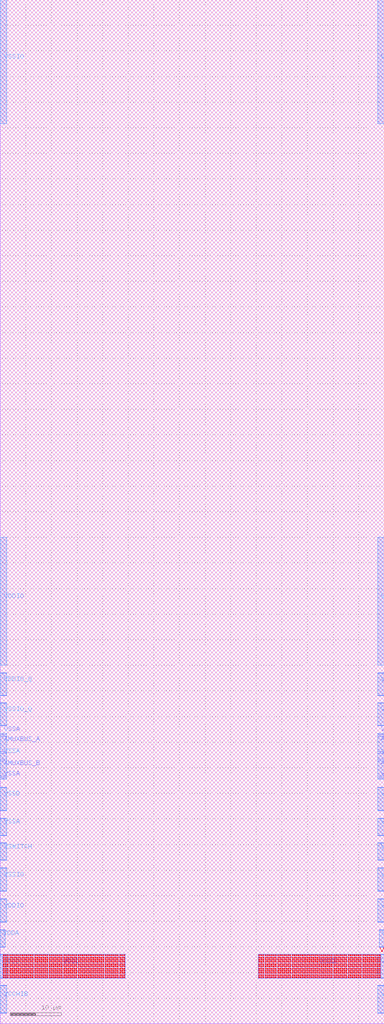
<source format=lef>
# Copyright 2020 The SkyWater PDK Authors
#
# Licensed under the Apache License, Version 2.0 (the "License");
# you may not use this file except in compliance with the License.
# You may obtain a copy of the License at
#
#     https://www.apache.org/licenses/LICENSE-2.0
#
# Unless required by applicable law or agreed to in writing, software
# distributed under the License is distributed on an "AS IS" BASIS,
# WITHOUT WARRANTIES OR CONDITIONS OF ANY KIND, either express or implied.
# See the License for the specific language governing permissions and
# limitations under the License.
#
# SPDX-License-Identifier: Apache-2.0

VERSION 5.5 ;
NAMESCASESENSITIVE ON ;
BUSBITCHARS "[]" ;
DIVIDERCHAR "/" ;
MACRO sky130_fd_io__overlay_vccd_hvc
  CLASS BLOCK ;
  SOURCE USER ;
  ORIGIN  0.000000  0.000000 ;
  SIZE 75 BY 200 ;
  SYMMETRY X Y R90 ;
  PIN AMUXBUS_A
    DIRECTION INOUT ;
    USE SIGNAL ;
    PORT
      LAYER met4 ;
        RECT 0.000000 53.125000 1.270000 56.105000 ;
    END
    PORT
      LAYER met4 ;
        RECT 73.730000 53.125000 75.000000 56.105000 ;
    END
  END AMUXBUS_A
  PIN AMUXBUS_B
    DIRECTION INOUT ;
    USE SIGNAL ;
    PORT
      LAYER met4 ;
        RECT 0.000000 48.365000 1.270000 51.345000 ;
    END
    PORT
      LAYER met4 ;
        RECT 73.730000 48.365000 75.000000 51.345000 ;
    END
  END AMUXBUS_B
  PIN VCCD
    DIRECTION INOUT ;
    USE POWER ;
    PORT
      LAYER met3 ;
        RECT 0.495000 8.890000 24.395000 13.530000 ;
    END
    PORT
      LAYER met3 ;
        RECT 50.390000 8.890000 74.290000 13.530000 ;
    END
    PORT
      LAYER met4 ;
        RECT 0.000000 8.885000 24.370000 13.535000 ;
    END
    PORT
      LAYER met4 ;
        RECT 50.415000 8.885000 75.000000 13.535000 ;
    END
    PORT
      LAYER met5 ;
        RECT 0.000000 8.985000 1.270000 13.435000 ;
    END
    PORT
      LAYER met5 ;
        RECT 73.730000 8.985000 75.000000 13.435000 ;
    END
    PORT
      LAYER via3 ;
        RECT  0.585000  8.960000  0.785000  9.160000 ;
        RECT  0.585000  9.390000  0.785000  9.590000 ;
        RECT  0.585000  9.820000  0.785000 10.020000 ;
        RECT  0.585000 10.250000  0.785000 10.450000 ;
        RECT  0.585000 10.680000  0.785000 10.880000 ;
        RECT  0.585000 11.110000  0.785000 11.310000 ;
        RECT  0.585000 11.540000  0.785000 11.740000 ;
        RECT  0.585000 11.970000  0.785000 12.170000 ;
        RECT  0.585000 12.400000  0.785000 12.600000 ;
        RECT  0.585000 12.830000  0.785000 13.030000 ;
        RECT  0.585000 13.260000  0.785000 13.460000 ;
        RECT  0.995000  8.960000  1.195000  9.160000 ;
        RECT  0.995000  9.390000  1.195000  9.590000 ;
        RECT  0.995000  9.820000  1.195000 10.020000 ;
        RECT  0.995000 10.250000  1.195000 10.450000 ;
        RECT  0.995000 10.680000  1.195000 10.880000 ;
        RECT  0.995000 11.110000  1.195000 11.310000 ;
        RECT  0.995000 11.540000  1.195000 11.740000 ;
        RECT  0.995000 11.970000  1.195000 12.170000 ;
        RECT  0.995000 12.400000  1.195000 12.600000 ;
        RECT  0.995000 12.830000  1.195000 13.030000 ;
        RECT  0.995000 13.260000  1.195000 13.460000 ;
        RECT  1.405000  8.960000  1.605000  9.160000 ;
        RECT  1.405000  9.390000  1.605000  9.590000 ;
        RECT  1.405000  9.820000  1.605000 10.020000 ;
        RECT  1.405000 10.250000  1.605000 10.450000 ;
        RECT  1.405000 10.680000  1.605000 10.880000 ;
        RECT  1.405000 11.110000  1.605000 11.310000 ;
        RECT  1.405000 11.540000  1.605000 11.740000 ;
        RECT  1.405000 11.970000  1.605000 12.170000 ;
        RECT  1.405000 12.400000  1.605000 12.600000 ;
        RECT  1.405000 12.830000  1.605000 13.030000 ;
        RECT  1.405000 13.260000  1.605000 13.460000 ;
        RECT  1.815000  8.960000  2.015000  9.160000 ;
        RECT  1.815000  9.390000  2.015000  9.590000 ;
        RECT  1.815000  9.820000  2.015000 10.020000 ;
        RECT  1.815000 10.250000  2.015000 10.450000 ;
        RECT  1.815000 10.680000  2.015000 10.880000 ;
        RECT  1.815000 11.110000  2.015000 11.310000 ;
        RECT  1.815000 11.540000  2.015000 11.740000 ;
        RECT  1.815000 11.970000  2.015000 12.170000 ;
        RECT  1.815000 12.400000  2.015000 12.600000 ;
        RECT  1.815000 12.830000  2.015000 13.030000 ;
        RECT  1.815000 13.260000  2.015000 13.460000 ;
        RECT  2.225000  8.960000  2.425000  9.160000 ;
        RECT  2.225000  9.390000  2.425000  9.590000 ;
        RECT  2.225000  9.820000  2.425000 10.020000 ;
        RECT  2.225000 10.250000  2.425000 10.450000 ;
        RECT  2.225000 10.680000  2.425000 10.880000 ;
        RECT  2.225000 11.110000  2.425000 11.310000 ;
        RECT  2.225000 11.540000  2.425000 11.740000 ;
        RECT  2.225000 11.970000  2.425000 12.170000 ;
        RECT  2.225000 12.400000  2.425000 12.600000 ;
        RECT  2.225000 12.830000  2.425000 13.030000 ;
        RECT  2.225000 13.260000  2.425000 13.460000 ;
        RECT  2.635000  8.960000  2.835000  9.160000 ;
        RECT  2.635000  9.390000  2.835000  9.590000 ;
        RECT  2.635000  9.820000  2.835000 10.020000 ;
        RECT  2.635000 10.250000  2.835000 10.450000 ;
        RECT  2.635000 10.680000  2.835000 10.880000 ;
        RECT  2.635000 11.110000  2.835000 11.310000 ;
        RECT  2.635000 11.540000  2.835000 11.740000 ;
        RECT  2.635000 11.970000  2.835000 12.170000 ;
        RECT  2.635000 12.400000  2.835000 12.600000 ;
        RECT  2.635000 12.830000  2.835000 13.030000 ;
        RECT  2.635000 13.260000  2.835000 13.460000 ;
        RECT  3.045000  8.960000  3.245000  9.160000 ;
        RECT  3.045000  9.390000  3.245000  9.590000 ;
        RECT  3.045000  9.820000  3.245000 10.020000 ;
        RECT  3.045000 10.250000  3.245000 10.450000 ;
        RECT  3.045000 10.680000  3.245000 10.880000 ;
        RECT  3.045000 11.110000  3.245000 11.310000 ;
        RECT  3.045000 11.540000  3.245000 11.740000 ;
        RECT  3.045000 11.970000  3.245000 12.170000 ;
        RECT  3.045000 12.400000  3.245000 12.600000 ;
        RECT  3.045000 12.830000  3.245000 13.030000 ;
        RECT  3.045000 13.260000  3.245000 13.460000 ;
        RECT  3.450000  8.960000  3.650000  9.160000 ;
        RECT  3.450000  9.390000  3.650000  9.590000 ;
        RECT  3.450000  9.820000  3.650000 10.020000 ;
        RECT  3.450000 10.250000  3.650000 10.450000 ;
        RECT  3.450000 10.680000  3.650000 10.880000 ;
        RECT  3.450000 11.110000  3.650000 11.310000 ;
        RECT  3.450000 11.540000  3.650000 11.740000 ;
        RECT  3.450000 11.970000  3.650000 12.170000 ;
        RECT  3.450000 12.400000  3.650000 12.600000 ;
        RECT  3.450000 12.830000  3.650000 13.030000 ;
        RECT  3.450000 13.260000  3.650000 13.460000 ;
        RECT  3.855000  8.960000  4.055000  9.160000 ;
        RECT  3.855000  9.390000  4.055000  9.590000 ;
        RECT  3.855000  9.820000  4.055000 10.020000 ;
        RECT  3.855000 10.250000  4.055000 10.450000 ;
        RECT  3.855000 10.680000  4.055000 10.880000 ;
        RECT  3.855000 11.110000  4.055000 11.310000 ;
        RECT  3.855000 11.540000  4.055000 11.740000 ;
        RECT  3.855000 11.970000  4.055000 12.170000 ;
        RECT  3.855000 12.400000  4.055000 12.600000 ;
        RECT  3.855000 12.830000  4.055000 13.030000 ;
        RECT  3.855000 13.260000  4.055000 13.460000 ;
        RECT  4.260000  8.960000  4.460000  9.160000 ;
        RECT  4.260000  9.390000  4.460000  9.590000 ;
        RECT  4.260000  9.820000  4.460000 10.020000 ;
        RECT  4.260000 10.250000  4.460000 10.450000 ;
        RECT  4.260000 10.680000  4.460000 10.880000 ;
        RECT  4.260000 11.110000  4.460000 11.310000 ;
        RECT  4.260000 11.540000  4.460000 11.740000 ;
        RECT  4.260000 11.970000  4.460000 12.170000 ;
        RECT  4.260000 12.400000  4.460000 12.600000 ;
        RECT  4.260000 12.830000  4.460000 13.030000 ;
        RECT  4.260000 13.260000  4.460000 13.460000 ;
        RECT  4.665000  8.960000  4.865000  9.160000 ;
        RECT  4.665000  9.390000  4.865000  9.590000 ;
        RECT  4.665000  9.820000  4.865000 10.020000 ;
        RECT  4.665000 10.250000  4.865000 10.450000 ;
        RECT  4.665000 10.680000  4.865000 10.880000 ;
        RECT  4.665000 11.110000  4.865000 11.310000 ;
        RECT  4.665000 11.540000  4.865000 11.740000 ;
        RECT  4.665000 11.970000  4.865000 12.170000 ;
        RECT  4.665000 12.400000  4.865000 12.600000 ;
        RECT  4.665000 12.830000  4.865000 13.030000 ;
        RECT  4.665000 13.260000  4.865000 13.460000 ;
        RECT  5.070000  8.960000  5.270000  9.160000 ;
        RECT  5.070000  9.390000  5.270000  9.590000 ;
        RECT  5.070000  9.820000  5.270000 10.020000 ;
        RECT  5.070000 10.250000  5.270000 10.450000 ;
        RECT  5.070000 10.680000  5.270000 10.880000 ;
        RECT  5.070000 11.110000  5.270000 11.310000 ;
        RECT  5.070000 11.540000  5.270000 11.740000 ;
        RECT  5.070000 11.970000  5.270000 12.170000 ;
        RECT  5.070000 12.400000  5.270000 12.600000 ;
        RECT  5.070000 12.830000  5.270000 13.030000 ;
        RECT  5.070000 13.260000  5.270000 13.460000 ;
        RECT  5.475000  8.960000  5.675000  9.160000 ;
        RECT  5.475000  9.390000  5.675000  9.590000 ;
        RECT  5.475000  9.820000  5.675000 10.020000 ;
        RECT  5.475000 10.250000  5.675000 10.450000 ;
        RECT  5.475000 10.680000  5.675000 10.880000 ;
        RECT  5.475000 11.110000  5.675000 11.310000 ;
        RECT  5.475000 11.540000  5.675000 11.740000 ;
        RECT  5.475000 11.970000  5.675000 12.170000 ;
        RECT  5.475000 12.400000  5.675000 12.600000 ;
        RECT  5.475000 12.830000  5.675000 13.030000 ;
        RECT  5.475000 13.260000  5.675000 13.460000 ;
        RECT  5.880000  8.960000  6.080000  9.160000 ;
        RECT  5.880000  9.390000  6.080000  9.590000 ;
        RECT  5.880000  9.820000  6.080000 10.020000 ;
        RECT  5.880000 10.250000  6.080000 10.450000 ;
        RECT  5.880000 10.680000  6.080000 10.880000 ;
        RECT  5.880000 11.110000  6.080000 11.310000 ;
        RECT  5.880000 11.540000  6.080000 11.740000 ;
        RECT  5.880000 11.970000  6.080000 12.170000 ;
        RECT  5.880000 12.400000  6.080000 12.600000 ;
        RECT  5.880000 12.830000  6.080000 13.030000 ;
        RECT  5.880000 13.260000  6.080000 13.460000 ;
        RECT  6.285000  8.960000  6.485000  9.160000 ;
        RECT  6.285000  9.390000  6.485000  9.590000 ;
        RECT  6.285000  9.820000  6.485000 10.020000 ;
        RECT  6.285000 10.250000  6.485000 10.450000 ;
        RECT  6.285000 10.680000  6.485000 10.880000 ;
        RECT  6.285000 11.110000  6.485000 11.310000 ;
        RECT  6.285000 11.540000  6.485000 11.740000 ;
        RECT  6.285000 11.970000  6.485000 12.170000 ;
        RECT  6.285000 12.400000  6.485000 12.600000 ;
        RECT  6.285000 12.830000  6.485000 13.030000 ;
        RECT  6.285000 13.260000  6.485000 13.460000 ;
        RECT  6.690000  8.960000  6.890000  9.160000 ;
        RECT  6.690000  9.390000  6.890000  9.590000 ;
        RECT  6.690000  9.820000  6.890000 10.020000 ;
        RECT  6.690000 10.250000  6.890000 10.450000 ;
        RECT  6.690000 10.680000  6.890000 10.880000 ;
        RECT  6.690000 11.110000  6.890000 11.310000 ;
        RECT  6.690000 11.540000  6.890000 11.740000 ;
        RECT  6.690000 11.970000  6.890000 12.170000 ;
        RECT  6.690000 12.400000  6.890000 12.600000 ;
        RECT  6.690000 12.830000  6.890000 13.030000 ;
        RECT  6.690000 13.260000  6.890000 13.460000 ;
        RECT  7.095000  8.960000  7.295000  9.160000 ;
        RECT  7.095000  9.390000  7.295000  9.590000 ;
        RECT  7.095000  9.820000  7.295000 10.020000 ;
        RECT  7.095000 10.250000  7.295000 10.450000 ;
        RECT  7.095000 10.680000  7.295000 10.880000 ;
        RECT  7.095000 11.110000  7.295000 11.310000 ;
        RECT  7.095000 11.540000  7.295000 11.740000 ;
        RECT  7.095000 11.970000  7.295000 12.170000 ;
        RECT  7.095000 12.400000  7.295000 12.600000 ;
        RECT  7.095000 12.830000  7.295000 13.030000 ;
        RECT  7.095000 13.260000  7.295000 13.460000 ;
        RECT  7.500000  8.960000  7.700000  9.160000 ;
        RECT  7.500000  9.390000  7.700000  9.590000 ;
        RECT  7.500000  9.820000  7.700000 10.020000 ;
        RECT  7.500000 10.250000  7.700000 10.450000 ;
        RECT  7.500000 10.680000  7.700000 10.880000 ;
        RECT  7.500000 11.110000  7.700000 11.310000 ;
        RECT  7.500000 11.540000  7.700000 11.740000 ;
        RECT  7.500000 11.970000  7.700000 12.170000 ;
        RECT  7.500000 12.400000  7.700000 12.600000 ;
        RECT  7.500000 12.830000  7.700000 13.030000 ;
        RECT  7.500000 13.260000  7.700000 13.460000 ;
        RECT  7.905000  8.960000  8.105000  9.160000 ;
        RECT  7.905000  9.390000  8.105000  9.590000 ;
        RECT  7.905000  9.820000  8.105000 10.020000 ;
        RECT  7.905000 10.250000  8.105000 10.450000 ;
        RECT  7.905000 10.680000  8.105000 10.880000 ;
        RECT  7.905000 11.110000  8.105000 11.310000 ;
        RECT  7.905000 11.540000  8.105000 11.740000 ;
        RECT  7.905000 11.970000  8.105000 12.170000 ;
        RECT  7.905000 12.400000  8.105000 12.600000 ;
        RECT  7.905000 12.830000  8.105000 13.030000 ;
        RECT  7.905000 13.260000  8.105000 13.460000 ;
        RECT  8.310000  8.960000  8.510000  9.160000 ;
        RECT  8.310000  9.390000  8.510000  9.590000 ;
        RECT  8.310000  9.820000  8.510000 10.020000 ;
        RECT  8.310000 10.250000  8.510000 10.450000 ;
        RECT  8.310000 10.680000  8.510000 10.880000 ;
        RECT  8.310000 11.110000  8.510000 11.310000 ;
        RECT  8.310000 11.540000  8.510000 11.740000 ;
        RECT  8.310000 11.970000  8.510000 12.170000 ;
        RECT  8.310000 12.400000  8.510000 12.600000 ;
        RECT  8.310000 12.830000  8.510000 13.030000 ;
        RECT  8.310000 13.260000  8.510000 13.460000 ;
        RECT  8.715000  8.960000  8.915000  9.160000 ;
        RECT  8.715000  9.390000  8.915000  9.590000 ;
        RECT  8.715000  9.820000  8.915000 10.020000 ;
        RECT  8.715000 10.250000  8.915000 10.450000 ;
        RECT  8.715000 10.680000  8.915000 10.880000 ;
        RECT  8.715000 11.110000  8.915000 11.310000 ;
        RECT  8.715000 11.540000  8.915000 11.740000 ;
        RECT  8.715000 11.970000  8.915000 12.170000 ;
        RECT  8.715000 12.400000  8.915000 12.600000 ;
        RECT  8.715000 12.830000  8.915000 13.030000 ;
        RECT  8.715000 13.260000  8.915000 13.460000 ;
        RECT  9.120000  8.960000  9.320000  9.160000 ;
        RECT  9.120000  9.390000  9.320000  9.590000 ;
        RECT  9.120000  9.820000  9.320000 10.020000 ;
        RECT  9.120000 10.250000  9.320000 10.450000 ;
        RECT  9.120000 10.680000  9.320000 10.880000 ;
        RECT  9.120000 11.110000  9.320000 11.310000 ;
        RECT  9.120000 11.540000  9.320000 11.740000 ;
        RECT  9.120000 11.970000  9.320000 12.170000 ;
        RECT  9.120000 12.400000  9.320000 12.600000 ;
        RECT  9.120000 12.830000  9.320000 13.030000 ;
        RECT  9.120000 13.260000  9.320000 13.460000 ;
        RECT  9.525000  8.960000  9.725000  9.160000 ;
        RECT  9.525000  9.390000  9.725000  9.590000 ;
        RECT  9.525000  9.820000  9.725000 10.020000 ;
        RECT  9.525000 10.250000  9.725000 10.450000 ;
        RECT  9.525000 10.680000  9.725000 10.880000 ;
        RECT  9.525000 11.110000  9.725000 11.310000 ;
        RECT  9.525000 11.540000  9.725000 11.740000 ;
        RECT  9.525000 11.970000  9.725000 12.170000 ;
        RECT  9.525000 12.400000  9.725000 12.600000 ;
        RECT  9.525000 12.830000  9.725000 13.030000 ;
        RECT  9.525000 13.260000  9.725000 13.460000 ;
        RECT  9.930000  8.960000 10.130000  9.160000 ;
        RECT  9.930000  9.390000 10.130000  9.590000 ;
        RECT  9.930000  9.820000 10.130000 10.020000 ;
        RECT  9.930000 10.250000 10.130000 10.450000 ;
        RECT  9.930000 10.680000 10.130000 10.880000 ;
        RECT  9.930000 11.110000 10.130000 11.310000 ;
        RECT  9.930000 11.540000 10.130000 11.740000 ;
        RECT  9.930000 11.970000 10.130000 12.170000 ;
        RECT  9.930000 12.400000 10.130000 12.600000 ;
        RECT  9.930000 12.830000 10.130000 13.030000 ;
        RECT  9.930000 13.260000 10.130000 13.460000 ;
        RECT 10.335000  8.960000 10.535000  9.160000 ;
        RECT 10.335000  9.390000 10.535000  9.590000 ;
        RECT 10.335000  9.820000 10.535000 10.020000 ;
        RECT 10.335000 10.250000 10.535000 10.450000 ;
        RECT 10.335000 10.680000 10.535000 10.880000 ;
        RECT 10.335000 11.110000 10.535000 11.310000 ;
        RECT 10.335000 11.540000 10.535000 11.740000 ;
        RECT 10.335000 11.970000 10.535000 12.170000 ;
        RECT 10.335000 12.400000 10.535000 12.600000 ;
        RECT 10.335000 12.830000 10.535000 13.030000 ;
        RECT 10.335000 13.260000 10.535000 13.460000 ;
        RECT 10.740000  8.960000 10.940000  9.160000 ;
        RECT 10.740000  9.390000 10.940000  9.590000 ;
        RECT 10.740000  9.820000 10.940000 10.020000 ;
        RECT 10.740000 10.250000 10.940000 10.450000 ;
        RECT 10.740000 10.680000 10.940000 10.880000 ;
        RECT 10.740000 11.110000 10.940000 11.310000 ;
        RECT 10.740000 11.540000 10.940000 11.740000 ;
        RECT 10.740000 11.970000 10.940000 12.170000 ;
        RECT 10.740000 12.400000 10.940000 12.600000 ;
        RECT 10.740000 12.830000 10.940000 13.030000 ;
        RECT 10.740000 13.260000 10.940000 13.460000 ;
        RECT 11.145000  8.960000 11.345000  9.160000 ;
        RECT 11.145000  9.390000 11.345000  9.590000 ;
        RECT 11.145000  9.820000 11.345000 10.020000 ;
        RECT 11.145000 10.250000 11.345000 10.450000 ;
        RECT 11.145000 10.680000 11.345000 10.880000 ;
        RECT 11.145000 11.110000 11.345000 11.310000 ;
        RECT 11.145000 11.540000 11.345000 11.740000 ;
        RECT 11.145000 11.970000 11.345000 12.170000 ;
        RECT 11.145000 12.400000 11.345000 12.600000 ;
        RECT 11.145000 12.830000 11.345000 13.030000 ;
        RECT 11.145000 13.260000 11.345000 13.460000 ;
        RECT 11.550000  8.960000 11.750000  9.160000 ;
        RECT 11.550000  9.390000 11.750000  9.590000 ;
        RECT 11.550000  9.820000 11.750000 10.020000 ;
        RECT 11.550000 10.250000 11.750000 10.450000 ;
        RECT 11.550000 10.680000 11.750000 10.880000 ;
        RECT 11.550000 11.110000 11.750000 11.310000 ;
        RECT 11.550000 11.540000 11.750000 11.740000 ;
        RECT 11.550000 11.970000 11.750000 12.170000 ;
        RECT 11.550000 12.400000 11.750000 12.600000 ;
        RECT 11.550000 12.830000 11.750000 13.030000 ;
        RECT 11.550000 13.260000 11.750000 13.460000 ;
        RECT 11.955000  8.960000 12.155000  9.160000 ;
        RECT 11.955000  9.390000 12.155000  9.590000 ;
        RECT 11.955000  9.820000 12.155000 10.020000 ;
        RECT 11.955000 10.250000 12.155000 10.450000 ;
        RECT 11.955000 10.680000 12.155000 10.880000 ;
        RECT 11.955000 11.110000 12.155000 11.310000 ;
        RECT 11.955000 11.540000 12.155000 11.740000 ;
        RECT 11.955000 11.970000 12.155000 12.170000 ;
        RECT 11.955000 12.400000 12.155000 12.600000 ;
        RECT 11.955000 12.830000 12.155000 13.030000 ;
        RECT 11.955000 13.260000 12.155000 13.460000 ;
        RECT 12.360000  8.960000 12.560000  9.160000 ;
        RECT 12.360000  9.390000 12.560000  9.590000 ;
        RECT 12.360000  9.820000 12.560000 10.020000 ;
        RECT 12.360000 10.250000 12.560000 10.450000 ;
        RECT 12.360000 10.680000 12.560000 10.880000 ;
        RECT 12.360000 11.110000 12.560000 11.310000 ;
        RECT 12.360000 11.540000 12.560000 11.740000 ;
        RECT 12.360000 11.970000 12.560000 12.170000 ;
        RECT 12.360000 12.400000 12.560000 12.600000 ;
        RECT 12.360000 12.830000 12.560000 13.030000 ;
        RECT 12.360000 13.260000 12.560000 13.460000 ;
        RECT 12.765000  8.960000 12.965000  9.160000 ;
        RECT 12.765000  9.390000 12.965000  9.590000 ;
        RECT 12.765000  9.820000 12.965000 10.020000 ;
        RECT 12.765000 10.250000 12.965000 10.450000 ;
        RECT 12.765000 10.680000 12.965000 10.880000 ;
        RECT 12.765000 11.110000 12.965000 11.310000 ;
        RECT 12.765000 11.540000 12.965000 11.740000 ;
        RECT 12.765000 11.970000 12.965000 12.170000 ;
        RECT 12.765000 12.400000 12.965000 12.600000 ;
        RECT 12.765000 12.830000 12.965000 13.030000 ;
        RECT 12.765000 13.260000 12.965000 13.460000 ;
        RECT 13.170000  8.960000 13.370000  9.160000 ;
        RECT 13.170000  9.390000 13.370000  9.590000 ;
        RECT 13.170000  9.820000 13.370000 10.020000 ;
        RECT 13.170000 10.250000 13.370000 10.450000 ;
        RECT 13.170000 10.680000 13.370000 10.880000 ;
        RECT 13.170000 11.110000 13.370000 11.310000 ;
        RECT 13.170000 11.540000 13.370000 11.740000 ;
        RECT 13.170000 11.970000 13.370000 12.170000 ;
        RECT 13.170000 12.400000 13.370000 12.600000 ;
        RECT 13.170000 12.830000 13.370000 13.030000 ;
        RECT 13.170000 13.260000 13.370000 13.460000 ;
        RECT 13.575000  8.960000 13.775000  9.160000 ;
        RECT 13.575000  9.390000 13.775000  9.590000 ;
        RECT 13.575000  9.820000 13.775000 10.020000 ;
        RECT 13.575000 10.250000 13.775000 10.450000 ;
        RECT 13.575000 10.680000 13.775000 10.880000 ;
        RECT 13.575000 11.110000 13.775000 11.310000 ;
        RECT 13.575000 11.540000 13.775000 11.740000 ;
        RECT 13.575000 11.970000 13.775000 12.170000 ;
        RECT 13.575000 12.400000 13.775000 12.600000 ;
        RECT 13.575000 12.830000 13.775000 13.030000 ;
        RECT 13.575000 13.260000 13.775000 13.460000 ;
        RECT 13.980000  8.960000 14.180000  9.160000 ;
        RECT 13.980000  9.390000 14.180000  9.590000 ;
        RECT 13.980000  9.820000 14.180000 10.020000 ;
        RECT 13.980000 10.250000 14.180000 10.450000 ;
        RECT 13.980000 10.680000 14.180000 10.880000 ;
        RECT 13.980000 11.110000 14.180000 11.310000 ;
        RECT 13.980000 11.540000 14.180000 11.740000 ;
        RECT 13.980000 11.970000 14.180000 12.170000 ;
        RECT 13.980000 12.400000 14.180000 12.600000 ;
        RECT 13.980000 12.830000 14.180000 13.030000 ;
        RECT 13.980000 13.260000 14.180000 13.460000 ;
        RECT 14.385000  8.960000 14.585000  9.160000 ;
        RECT 14.385000  9.390000 14.585000  9.590000 ;
        RECT 14.385000  9.820000 14.585000 10.020000 ;
        RECT 14.385000 10.250000 14.585000 10.450000 ;
        RECT 14.385000 10.680000 14.585000 10.880000 ;
        RECT 14.385000 11.110000 14.585000 11.310000 ;
        RECT 14.385000 11.540000 14.585000 11.740000 ;
        RECT 14.385000 11.970000 14.585000 12.170000 ;
        RECT 14.385000 12.400000 14.585000 12.600000 ;
        RECT 14.385000 12.830000 14.585000 13.030000 ;
        RECT 14.385000 13.260000 14.585000 13.460000 ;
        RECT 14.790000  8.960000 14.990000  9.160000 ;
        RECT 14.790000  9.390000 14.990000  9.590000 ;
        RECT 14.790000  9.820000 14.990000 10.020000 ;
        RECT 14.790000 10.250000 14.990000 10.450000 ;
        RECT 14.790000 10.680000 14.990000 10.880000 ;
        RECT 14.790000 11.110000 14.990000 11.310000 ;
        RECT 14.790000 11.540000 14.990000 11.740000 ;
        RECT 14.790000 11.970000 14.990000 12.170000 ;
        RECT 14.790000 12.400000 14.990000 12.600000 ;
        RECT 14.790000 12.830000 14.990000 13.030000 ;
        RECT 14.790000 13.260000 14.990000 13.460000 ;
        RECT 15.195000  8.960000 15.395000  9.160000 ;
        RECT 15.195000  9.390000 15.395000  9.590000 ;
        RECT 15.195000  9.820000 15.395000 10.020000 ;
        RECT 15.195000 10.250000 15.395000 10.450000 ;
        RECT 15.195000 10.680000 15.395000 10.880000 ;
        RECT 15.195000 11.110000 15.395000 11.310000 ;
        RECT 15.195000 11.540000 15.395000 11.740000 ;
        RECT 15.195000 11.970000 15.395000 12.170000 ;
        RECT 15.195000 12.400000 15.395000 12.600000 ;
        RECT 15.195000 12.830000 15.395000 13.030000 ;
        RECT 15.195000 13.260000 15.395000 13.460000 ;
        RECT 15.600000  8.960000 15.800000  9.160000 ;
        RECT 15.600000  9.390000 15.800000  9.590000 ;
        RECT 15.600000  9.820000 15.800000 10.020000 ;
        RECT 15.600000 10.250000 15.800000 10.450000 ;
        RECT 15.600000 10.680000 15.800000 10.880000 ;
        RECT 15.600000 11.110000 15.800000 11.310000 ;
        RECT 15.600000 11.540000 15.800000 11.740000 ;
        RECT 15.600000 11.970000 15.800000 12.170000 ;
        RECT 15.600000 12.400000 15.800000 12.600000 ;
        RECT 15.600000 12.830000 15.800000 13.030000 ;
        RECT 15.600000 13.260000 15.800000 13.460000 ;
        RECT 16.005000  8.960000 16.205000  9.160000 ;
        RECT 16.005000  9.390000 16.205000  9.590000 ;
        RECT 16.005000  9.820000 16.205000 10.020000 ;
        RECT 16.005000 10.250000 16.205000 10.450000 ;
        RECT 16.005000 10.680000 16.205000 10.880000 ;
        RECT 16.005000 11.110000 16.205000 11.310000 ;
        RECT 16.005000 11.540000 16.205000 11.740000 ;
        RECT 16.005000 11.970000 16.205000 12.170000 ;
        RECT 16.005000 12.400000 16.205000 12.600000 ;
        RECT 16.005000 12.830000 16.205000 13.030000 ;
        RECT 16.005000 13.260000 16.205000 13.460000 ;
        RECT 16.410000  8.960000 16.610000  9.160000 ;
        RECT 16.410000  9.390000 16.610000  9.590000 ;
        RECT 16.410000  9.820000 16.610000 10.020000 ;
        RECT 16.410000 10.250000 16.610000 10.450000 ;
        RECT 16.410000 10.680000 16.610000 10.880000 ;
        RECT 16.410000 11.110000 16.610000 11.310000 ;
        RECT 16.410000 11.540000 16.610000 11.740000 ;
        RECT 16.410000 11.970000 16.610000 12.170000 ;
        RECT 16.410000 12.400000 16.610000 12.600000 ;
        RECT 16.410000 12.830000 16.610000 13.030000 ;
        RECT 16.410000 13.260000 16.610000 13.460000 ;
        RECT 16.815000  8.960000 17.015000  9.160000 ;
        RECT 16.815000  9.390000 17.015000  9.590000 ;
        RECT 16.815000  9.820000 17.015000 10.020000 ;
        RECT 16.815000 10.250000 17.015000 10.450000 ;
        RECT 16.815000 10.680000 17.015000 10.880000 ;
        RECT 16.815000 11.110000 17.015000 11.310000 ;
        RECT 16.815000 11.540000 17.015000 11.740000 ;
        RECT 16.815000 11.970000 17.015000 12.170000 ;
        RECT 16.815000 12.400000 17.015000 12.600000 ;
        RECT 16.815000 12.830000 17.015000 13.030000 ;
        RECT 16.815000 13.260000 17.015000 13.460000 ;
        RECT 17.220000  8.960000 17.420000  9.160000 ;
        RECT 17.220000  9.390000 17.420000  9.590000 ;
        RECT 17.220000  9.820000 17.420000 10.020000 ;
        RECT 17.220000 10.250000 17.420000 10.450000 ;
        RECT 17.220000 10.680000 17.420000 10.880000 ;
        RECT 17.220000 11.110000 17.420000 11.310000 ;
        RECT 17.220000 11.540000 17.420000 11.740000 ;
        RECT 17.220000 11.970000 17.420000 12.170000 ;
        RECT 17.220000 12.400000 17.420000 12.600000 ;
        RECT 17.220000 12.830000 17.420000 13.030000 ;
        RECT 17.220000 13.260000 17.420000 13.460000 ;
        RECT 17.625000  8.960000 17.825000  9.160000 ;
        RECT 17.625000  9.390000 17.825000  9.590000 ;
        RECT 17.625000  9.820000 17.825000 10.020000 ;
        RECT 17.625000 10.250000 17.825000 10.450000 ;
        RECT 17.625000 10.680000 17.825000 10.880000 ;
        RECT 17.625000 11.110000 17.825000 11.310000 ;
        RECT 17.625000 11.540000 17.825000 11.740000 ;
        RECT 17.625000 11.970000 17.825000 12.170000 ;
        RECT 17.625000 12.400000 17.825000 12.600000 ;
        RECT 17.625000 12.830000 17.825000 13.030000 ;
        RECT 17.625000 13.260000 17.825000 13.460000 ;
        RECT 18.030000  8.960000 18.230000  9.160000 ;
        RECT 18.030000  9.390000 18.230000  9.590000 ;
        RECT 18.030000  9.820000 18.230000 10.020000 ;
        RECT 18.030000 10.250000 18.230000 10.450000 ;
        RECT 18.030000 10.680000 18.230000 10.880000 ;
        RECT 18.030000 11.110000 18.230000 11.310000 ;
        RECT 18.030000 11.540000 18.230000 11.740000 ;
        RECT 18.030000 11.970000 18.230000 12.170000 ;
        RECT 18.030000 12.400000 18.230000 12.600000 ;
        RECT 18.030000 12.830000 18.230000 13.030000 ;
        RECT 18.030000 13.260000 18.230000 13.460000 ;
        RECT 18.435000  8.960000 18.635000  9.160000 ;
        RECT 18.435000  9.390000 18.635000  9.590000 ;
        RECT 18.435000  9.820000 18.635000 10.020000 ;
        RECT 18.435000 10.250000 18.635000 10.450000 ;
        RECT 18.435000 10.680000 18.635000 10.880000 ;
        RECT 18.435000 11.110000 18.635000 11.310000 ;
        RECT 18.435000 11.540000 18.635000 11.740000 ;
        RECT 18.435000 11.970000 18.635000 12.170000 ;
        RECT 18.435000 12.400000 18.635000 12.600000 ;
        RECT 18.435000 12.830000 18.635000 13.030000 ;
        RECT 18.435000 13.260000 18.635000 13.460000 ;
        RECT 18.840000  8.960000 19.040000  9.160000 ;
        RECT 18.840000  9.390000 19.040000  9.590000 ;
        RECT 18.840000  9.820000 19.040000 10.020000 ;
        RECT 18.840000 10.250000 19.040000 10.450000 ;
        RECT 18.840000 10.680000 19.040000 10.880000 ;
        RECT 18.840000 11.110000 19.040000 11.310000 ;
        RECT 18.840000 11.540000 19.040000 11.740000 ;
        RECT 18.840000 11.970000 19.040000 12.170000 ;
        RECT 18.840000 12.400000 19.040000 12.600000 ;
        RECT 18.840000 12.830000 19.040000 13.030000 ;
        RECT 18.840000 13.260000 19.040000 13.460000 ;
        RECT 19.245000  8.960000 19.445000  9.160000 ;
        RECT 19.245000  9.390000 19.445000  9.590000 ;
        RECT 19.245000  9.820000 19.445000 10.020000 ;
        RECT 19.245000 10.250000 19.445000 10.450000 ;
        RECT 19.245000 10.680000 19.445000 10.880000 ;
        RECT 19.245000 11.110000 19.445000 11.310000 ;
        RECT 19.245000 11.540000 19.445000 11.740000 ;
        RECT 19.245000 11.970000 19.445000 12.170000 ;
        RECT 19.245000 12.400000 19.445000 12.600000 ;
        RECT 19.245000 12.830000 19.445000 13.030000 ;
        RECT 19.245000 13.260000 19.445000 13.460000 ;
        RECT 19.650000  8.960000 19.850000  9.160000 ;
        RECT 19.650000  9.390000 19.850000  9.590000 ;
        RECT 19.650000  9.820000 19.850000 10.020000 ;
        RECT 19.650000 10.250000 19.850000 10.450000 ;
        RECT 19.650000 10.680000 19.850000 10.880000 ;
        RECT 19.650000 11.110000 19.850000 11.310000 ;
        RECT 19.650000 11.540000 19.850000 11.740000 ;
        RECT 19.650000 11.970000 19.850000 12.170000 ;
        RECT 19.650000 12.400000 19.850000 12.600000 ;
        RECT 19.650000 12.830000 19.850000 13.030000 ;
        RECT 19.650000 13.260000 19.850000 13.460000 ;
        RECT 20.055000  8.960000 20.255000  9.160000 ;
        RECT 20.055000  9.390000 20.255000  9.590000 ;
        RECT 20.055000  9.820000 20.255000 10.020000 ;
        RECT 20.055000 10.250000 20.255000 10.450000 ;
        RECT 20.055000 10.680000 20.255000 10.880000 ;
        RECT 20.055000 11.110000 20.255000 11.310000 ;
        RECT 20.055000 11.540000 20.255000 11.740000 ;
        RECT 20.055000 11.970000 20.255000 12.170000 ;
        RECT 20.055000 12.400000 20.255000 12.600000 ;
        RECT 20.055000 12.830000 20.255000 13.030000 ;
        RECT 20.055000 13.260000 20.255000 13.460000 ;
        RECT 20.460000  8.960000 20.660000  9.160000 ;
        RECT 20.460000  9.390000 20.660000  9.590000 ;
        RECT 20.460000  9.820000 20.660000 10.020000 ;
        RECT 20.460000 10.250000 20.660000 10.450000 ;
        RECT 20.460000 10.680000 20.660000 10.880000 ;
        RECT 20.460000 11.110000 20.660000 11.310000 ;
        RECT 20.460000 11.540000 20.660000 11.740000 ;
        RECT 20.460000 11.970000 20.660000 12.170000 ;
        RECT 20.460000 12.400000 20.660000 12.600000 ;
        RECT 20.460000 12.830000 20.660000 13.030000 ;
        RECT 20.460000 13.260000 20.660000 13.460000 ;
        RECT 20.865000  8.960000 21.065000  9.160000 ;
        RECT 20.865000  9.390000 21.065000  9.590000 ;
        RECT 20.865000  9.820000 21.065000 10.020000 ;
        RECT 20.865000 10.250000 21.065000 10.450000 ;
        RECT 20.865000 10.680000 21.065000 10.880000 ;
        RECT 20.865000 11.110000 21.065000 11.310000 ;
        RECT 20.865000 11.540000 21.065000 11.740000 ;
        RECT 20.865000 11.970000 21.065000 12.170000 ;
        RECT 20.865000 12.400000 21.065000 12.600000 ;
        RECT 20.865000 12.830000 21.065000 13.030000 ;
        RECT 20.865000 13.260000 21.065000 13.460000 ;
        RECT 21.270000  8.960000 21.470000  9.160000 ;
        RECT 21.270000  9.390000 21.470000  9.590000 ;
        RECT 21.270000  9.820000 21.470000 10.020000 ;
        RECT 21.270000 10.250000 21.470000 10.450000 ;
        RECT 21.270000 10.680000 21.470000 10.880000 ;
        RECT 21.270000 11.110000 21.470000 11.310000 ;
        RECT 21.270000 11.540000 21.470000 11.740000 ;
        RECT 21.270000 11.970000 21.470000 12.170000 ;
        RECT 21.270000 12.400000 21.470000 12.600000 ;
        RECT 21.270000 12.830000 21.470000 13.030000 ;
        RECT 21.270000 13.260000 21.470000 13.460000 ;
        RECT 21.675000  8.960000 21.875000  9.160000 ;
        RECT 21.675000  9.390000 21.875000  9.590000 ;
        RECT 21.675000  9.820000 21.875000 10.020000 ;
        RECT 21.675000 10.250000 21.875000 10.450000 ;
        RECT 21.675000 10.680000 21.875000 10.880000 ;
        RECT 21.675000 11.110000 21.875000 11.310000 ;
        RECT 21.675000 11.540000 21.875000 11.740000 ;
        RECT 21.675000 11.970000 21.875000 12.170000 ;
        RECT 21.675000 12.400000 21.875000 12.600000 ;
        RECT 21.675000 12.830000 21.875000 13.030000 ;
        RECT 21.675000 13.260000 21.875000 13.460000 ;
        RECT 22.080000  8.960000 22.280000  9.160000 ;
        RECT 22.080000  9.390000 22.280000  9.590000 ;
        RECT 22.080000  9.820000 22.280000 10.020000 ;
        RECT 22.080000 10.250000 22.280000 10.450000 ;
        RECT 22.080000 10.680000 22.280000 10.880000 ;
        RECT 22.080000 11.110000 22.280000 11.310000 ;
        RECT 22.080000 11.540000 22.280000 11.740000 ;
        RECT 22.080000 11.970000 22.280000 12.170000 ;
        RECT 22.080000 12.400000 22.280000 12.600000 ;
        RECT 22.080000 12.830000 22.280000 13.030000 ;
        RECT 22.080000 13.260000 22.280000 13.460000 ;
        RECT 22.485000  8.960000 22.685000  9.160000 ;
        RECT 22.485000  9.390000 22.685000  9.590000 ;
        RECT 22.485000  9.820000 22.685000 10.020000 ;
        RECT 22.485000 10.250000 22.685000 10.450000 ;
        RECT 22.485000 10.680000 22.685000 10.880000 ;
        RECT 22.485000 11.110000 22.685000 11.310000 ;
        RECT 22.485000 11.540000 22.685000 11.740000 ;
        RECT 22.485000 11.970000 22.685000 12.170000 ;
        RECT 22.485000 12.400000 22.685000 12.600000 ;
        RECT 22.485000 12.830000 22.685000 13.030000 ;
        RECT 22.485000 13.260000 22.685000 13.460000 ;
        RECT 22.890000  8.960000 23.090000  9.160000 ;
        RECT 22.890000  9.390000 23.090000  9.590000 ;
        RECT 22.890000  9.820000 23.090000 10.020000 ;
        RECT 22.890000 10.250000 23.090000 10.450000 ;
        RECT 22.890000 10.680000 23.090000 10.880000 ;
        RECT 22.890000 11.110000 23.090000 11.310000 ;
        RECT 22.890000 11.540000 23.090000 11.740000 ;
        RECT 22.890000 11.970000 23.090000 12.170000 ;
        RECT 22.890000 12.400000 23.090000 12.600000 ;
        RECT 22.890000 12.830000 23.090000 13.030000 ;
        RECT 22.890000 13.260000 23.090000 13.460000 ;
        RECT 23.295000  8.960000 23.495000  9.160000 ;
        RECT 23.295000  9.390000 23.495000  9.590000 ;
        RECT 23.295000  9.820000 23.495000 10.020000 ;
        RECT 23.295000 10.250000 23.495000 10.450000 ;
        RECT 23.295000 10.680000 23.495000 10.880000 ;
        RECT 23.295000 11.110000 23.495000 11.310000 ;
        RECT 23.295000 11.540000 23.495000 11.740000 ;
        RECT 23.295000 11.970000 23.495000 12.170000 ;
        RECT 23.295000 12.400000 23.495000 12.600000 ;
        RECT 23.295000 12.830000 23.495000 13.030000 ;
        RECT 23.295000 13.260000 23.495000 13.460000 ;
        RECT 23.700000  8.960000 23.900000  9.160000 ;
        RECT 23.700000  9.390000 23.900000  9.590000 ;
        RECT 23.700000  9.820000 23.900000 10.020000 ;
        RECT 23.700000 10.250000 23.900000 10.450000 ;
        RECT 23.700000 10.680000 23.900000 10.880000 ;
        RECT 23.700000 11.110000 23.900000 11.310000 ;
        RECT 23.700000 11.540000 23.900000 11.740000 ;
        RECT 23.700000 11.970000 23.900000 12.170000 ;
        RECT 23.700000 12.400000 23.900000 12.600000 ;
        RECT 23.700000 12.830000 23.900000 13.030000 ;
        RECT 23.700000 13.260000 23.900000 13.460000 ;
        RECT 24.105000  8.960000 24.305000  9.160000 ;
        RECT 24.105000  9.390000 24.305000  9.590000 ;
        RECT 24.105000  9.820000 24.305000 10.020000 ;
        RECT 24.105000 10.250000 24.305000 10.450000 ;
        RECT 24.105000 10.680000 24.305000 10.880000 ;
        RECT 24.105000 11.110000 24.305000 11.310000 ;
        RECT 24.105000 11.540000 24.305000 11.740000 ;
        RECT 24.105000 11.970000 24.305000 12.170000 ;
        RECT 24.105000 12.400000 24.305000 12.600000 ;
        RECT 24.105000 12.830000 24.305000 13.030000 ;
        RECT 24.105000 13.260000 24.305000 13.460000 ;
        RECT 50.480000  8.960000 50.680000  9.160000 ;
        RECT 50.480000  9.390000 50.680000  9.590000 ;
        RECT 50.480000  9.820000 50.680000 10.020000 ;
        RECT 50.480000 10.250000 50.680000 10.450000 ;
        RECT 50.480000 10.680000 50.680000 10.880000 ;
        RECT 50.480000 11.110000 50.680000 11.310000 ;
        RECT 50.480000 11.540000 50.680000 11.740000 ;
        RECT 50.480000 11.970000 50.680000 12.170000 ;
        RECT 50.480000 12.400000 50.680000 12.600000 ;
        RECT 50.480000 12.830000 50.680000 13.030000 ;
        RECT 50.480000 13.260000 50.680000 13.460000 ;
        RECT 50.890000  8.960000 51.090000  9.160000 ;
        RECT 50.890000  9.390000 51.090000  9.590000 ;
        RECT 50.890000  9.820000 51.090000 10.020000 ;
        RECT 50.890000 10.250000 51.090000 10.450000 ;
        RECT 50.890000 10.680000 51.090000 10.880000 ;
        RECT 50.890000 11.110000 51.090000 11.310000 ;
        RECT 50.890000 11.540000 51.090000 11.740000 ;
        RECT 50.890000 11.970000 51.090000 12.170000 ;
        RECT 50.890000 12.400000 51.090000 12.600000 ;
        RECT 50.890000 12.830000 51.090000 13.030000 ;
        RECT 50.890000 13.260000 51.090000 13.460000 ;
        RECT 51.300000  8.960000 51.500000  9.160000 ;
        RECT 51.300000  9.390000 51.500000  9.590000 ;
        RECT 51.300000  9.820000 51.500000 10.020000 ;
        RECT 51.300000 10.250000 51.500000 10.450000 ;
        RECT 51.300000 10.680000 51.500000 10.880000 ;
        RECT 51.300000 11.110000 51.500000 11.310000 ;
        RECT 51.300000 11.540000 51.500000 11.740000 ;
        RECT 51.300000 11.970000 51.500000 12.170000 ;
        RECT 51.300000 12.400000 51.500000 12.600000 ;
        RECT 51.300000 12.830000 51.500000 13.030000 ;
        RECT 51.300000 13.260000 51.500000 13.460000 ;
        RECT 51.710000  8.960000 51.910000  9.160000 ;
        RECT 51.710000  9.390000 51.910000  9.590000 ;
        RECT 51.710000  9.820000 51.910000 10.020000 ;
        RECT 51.710000 10.250000 51.910000 10.450000 ;
        RECT 51.710000 10.680000 51.910000 10.880000 ;
        RECT 51.710000 11.110000 51.910000 11.310000 ;
        RECT 51.710000 11.540000 51.910000 11.740000 ;
        RECT 51.710000 11.970000 51.910000 12.170000 ;
        RECT 51.710000 12.400000 51.910000 12.600000 ;
        RECT 51.710000 12.830000 51.910000 13.030000 ;
        RECT 51.710000 13.260000 51.910000 13.460000 ;
        RECT 52.120000  8.960000 52.320000  9.160000 ;
        RECT 52.120000  9.390000 52.320000  9.590000 ;
        RECT 52.120000  9.820000 52.320000 10.020000 ;
        RECT 52.120000 10.250000 52.320000 10.450000 ;
        RECT 52.120000 10.680000 52.320000 10.880000 ;
        RECT 52.120000 11.110000 52.320000 11.310000 ;
        RECT 52.120000 11.540000 52.320000 11.740000 ;
        RECT 52.120000 11.970000 52.320000 12.170000 ;
        RECT 52.120000 12.400000 52.320000 12.600000 ;
        RECT 52.120000 12.830000 52.320000 13.030000 ;
        RECT 52.120000 13.260000 52.320000 13.460000 ;
        RECT 52.530000  8.960000 52.730000  9.160000 ;
        RECT 52.530000  9.390000 52.730000  9.590000 ;
        RECT 52.530000  9.820000 52.730000 10.020000 ;
        RECT 52.530000 10.250000 52.730000 10.450000 ;
        RECT 52.530000 10.680000 52.730000 10.880000 ;
        RECT 52.530000 11.110000 52.730000 11.310000 ;
        RECT 52.530000 11.540000 52.730000 11.740000 ;
        RECT 52.530000 11.970000 52.730000 12.170000 ;
        RECT 52.530000 12.400000 52.730000 12.600000 ;
        RECT 52.530000 12.830000 52.730000 13.030000 ;
        RECT 52.530000 13.260000 52.730000 13.460000 ;
        RECT 52.940000  8.960000 53.140000  9.160000 ;
        RECT 52.940000  9.390000 53.140000  9.590000 ;
        RECT 52.940000  9.820000 53.140000 10.020000 ;
        RECT 52.940000 10.250000 53.140000 10.450000 ;
        RECT 52.940000 10.680000 53.140000 10.880000 ;
        RECT 52.940000 11.110000 53.140000 11.310000 ;
        RECT 52.940000 11.540000 53.140000 11.740000 ;
        RECT 52.940000 11.970000 53.140000 12.170000 ;
        RECT 52.940000 12.400000 53.140000 12.600000 ;
        RECT 52.940000 12.830000 53.140000 13.030000 ;
        RECT 52.940000 13.260000 53.140000 13.460000 ;
        RECT 53.345000  8.960000 53.545000  9.160000 ;
        RECT 53.345000  9.390000 53.545000  9.590000 ;
        RECT 53.345000  9.820000 53.545000 10.020000 ;
        RECT 53.345000 10.250000 53.545000 10.450000 ;
        RECT 53.345000 10.680000 53.545000 10.880000 ;
        RECT 53.345000 11.110000 53.545000 11.310000 ;
        RECT 53.345000 11.540000 53.545000 11.740000 ;
        RECT 53.345000 11.970000 53.545000 12.170000 ;
        RECT 53.345000 12.400000 53.545000 12.600000 ;
        RECT 53.345000 12.830000 53.545000 13.030000 ;
        RECT 53.345000 13.260000 53.545000 13.460000 ;
        RECT 53.750000  8.960000 53.950000  9.160000 ;
        RECT 53.750000  9.390000 53.950000  9.590000 ;
        RECT 53.750000  9.820000 53.950000 10.020000 ;
        RECT 53.750000 10.250000 53.950000 10.450000 ;
        RECT 53.750000 10.680000 53.950000 10.880000 ;
        RECT 53.750000 11.110000 53.950000 11.310000 ;
        RECT 53.750000 11.540000 53.950000 11.740000 ;
        RECT 53.750000 11.970000 53.950000 12.170000 ;
        RECT 53.750000 12.400000 53.950000 12.600000 ;
        RECT 53.750000 12.830000 53.950000 13.030000 ;
        RECT 53.750000 13.260000 53.950000 13.460000 ;
        RECT 54.155000  8.960000 54.355000  9.160000 ;
        RECT 54.155000  9.390000 54.355000  9.590000 ;
        RECT 54.155000  9.820000 54.355000 10.020000 ;
        RECT 54.155000 10.250000 54.355000 10.450000 ;
        RECT 54.155000 10.680000 54.355000 10.880000 ;
        RECT 54.155000 11.110000 54.355000 11.310000 ;
        RECT 54.155000 11.540000 54.355000 11.740000 ;
        RECT 54.155000 11.970000 54.355000 12.170000 ;
        RECT 54.155000 12.400000 54.355000 12.600000 ;
        RECT 54.155000 12.830000 54.355000 13.030000 ;
        RECT 54.155000 13.260000 54.355000 13.460000 ;
        RECT 54.560000  8.960000 54.760000  9.160000 ;
        RECT 54.560000  9.390000 54.760000  9.590000 ;
        RECT 54.560000  9.820000 54.760000 10.020000 ;
        RECT 54.560000 10.250000 54.760000 10.450000 ;
        RECT 54.560000 10.680000 54.760000 10.880000 ;
        RECT 54.560000 11.110000 54.760000 11.310000 ;
        RECT 54.560000 11.540000 54.760000 11.740000 ;
        RECT 54.560000 11.970000 54.760000 12.170000 ;
        RECT 54.560000 12.400000 54.760000 12.600000 ;
        RECT 54.560000 12.830000 54.760000 13.030000 ;
        RECT 54.560000 13.260000 54.760000 13.460000 ;
        RECT 54.965000  8.960000 55.165000  9.160000 ;
        RECT 54.965000  9.390000 55.165000  9.590000 ;
        RECT 54.965000  9.820000 55.165000 10.020000 ;
        RECT 54.965000 10.250000 55.165000 10.450000 ;
        RECT 54.965000 10.680000 55.165000 10.880000 ;
        RECT 54.965000 11.110000 55.165000 11.310000 ;
        RECT 54.965000 11.540000 55.165000 11.740000 ;
        RECT 54.965000 11.970000 55.165000 12.170000 ;
        RECT 54.965000 12.400000 55.165000 12.600000 ;
        RECT 54.965000 12.830000 55.165000 13.030000 ;
        RECT 54.965000 13.260000 55.165000 13.460000 ;
        RECT 55.370000  8.960000 55.570000  9.160000 ;
        RECT 55.370000  9.390000 55.570000  9.590000 ;
        RECT 55.370000  9.820000 55.570000 10.020000 ;
        RECT 55.370000 10.250000 55.570000 10.450000 ;
        RECT 55.370000 10.680000 55.570000 10.880000 ;
        RECT 55.370000 11.110000 55.570000 11.310000 ;
        RECT 55.370000 11.540000 55.570000 11.740000 ;
        RECT 55.370000 11.970000 55.570000 12.170000 ;
        RECT 55.370000 12.400000 55.570000 12.600000 ;
        RECT 55.370000 12.830000 55.570000 13.030000 ;
        RECT 55.370000 13.260000 55.570000 13.460000 ;
        RECT 55.775000  8.960000 55.975000  9.160000 ;
        RECT 55.775000  9.390000 55.975000  9.590000 ;
        RECT 55.775000  9.820000 55.975000 10.020000 ;
        RECT 55.775000 10.250000 55.975000 10.450000 ;
        RECT 55.775000 10.680000 55.975000 10.880000 ;
        RECT 55.775000 11.110000 55.975000 11.310000 ;
        RECT 55.775000 11.540000 55.975000 11.740000 ;
        RECT 55.775000 11.970000 55.975000 12.170000 ;
        RECT 55.775000 12.400000 55.975000 12.600000 ;
        RECT 55.775000 12.830000 55.975000 13.030000 ;
        RECT 55.775000 13.260000 55.975000 13.460000 ;
        RECT 56.180000  8.960000 56.380000  9.160000 ;
        RECT 56.180000  9.390000 56.380000  9.590000 ;
        RECT 56.180000  9.820000 56.380000 10.020000 ;
        RECT 56.180000 10.250000 56.380000 10.450000 ;
        RECT 56.180000 10.680000 56.380000 10.880000 ;
        RECT 56.180000 11.110000 56.380000 11.310000 ;
        RECT 56.180000 11.540000 56.380000 11.740000 ;
        RECT 56.180000 11.970000 56.380000 12.170000 ;
        RECT 56.180000 12.400000 56.380000 12.600000 ;
        RECT 56.180000 12.830000 56.380000 13.030000 ;
        RECT 56.180000 13.260000 56.380000 13.460000 ;
        RECT 56.585000  8.960000 56.785000  9.160000 ;
        RECT 56.585000  9.390000 56.785000  9.590000 ;
        RECT 56.585000  9.820000 56.785000 10.020000 ;
        RECT 56.585000 10.250000 56.785000 10.450000 ;
        RECT 56.585000 10.680000 56.785000 10.880000 ;
        RECT 56.585000 11.110000 56.785000 11.310000 ;
        RECT 56.585000 11.540000 56.785000 11.740000 ;
        RECT 56.585000 11.970000 56.785000 12.170000 ;
        RECT 56.585000 12.400000 56.785000 12.600000 ;
        RECT 56.585000 12.830000 56.785000 13.030000 ;
        RECT 56.585000 13.260000 56.785000 13.460000 ;
        RECT 56.990000  8.960000 57.190000  9.160000 ;
        RECT 56.990000  9.390000 57.190000  9.590000 ;
        RECT 56.990000  9.820000 57.190000 10.020000 ;
        RECT 56.990000 10.250000 57.190000 10.450000 ;
        RECT 56.990000 10.680000 57.190000 10.880000 ;
        RECT 56.990000 11.110000 57.190000 11.310000 ;
        RECT 56.990000 11.540000 57.190000 11.740000 ;
        RECT 56.990000 11.970000 57.190000 12.170000 ;
        RECT 56.990000 12.400000 57.190000 12.600000 ;
        RECT 56.990000 12.830000 57.190000 13.030000 ;
        RECT 56.990000 13.260000 57.190000 13.460000 ;
        RECT 57.395000  8.960000 57.595000  9.160000 ;
        RECT 57.395000  9.390000 57.595000  9.590000 ;
        RECT 57.395000  9.820000 57.595000 10.020000 ;
        RECT 57.395000 10.250000 57.595000 10.450000 ;
        RECT 57.395000 10.680000 57.595000 10.880000 ;
        RECT 57.395000 11.110000 57.595000 11.310000 ;
        RECT 57.395000 11.540000 57.595000 11.740000 ;
        RECT 57.395000 11.970000 57.595000 12.170000 ;
        RECT 57.395000 12.400000 57.595000 12.600000 ;
        RECT 57.395000 12.830000 57.595000 13.030000 ;
        RECT 57.395000 13.260000 57.595000 13.460000 ;
        RECT 57.800000  8.960000 58.000000  9.160000 ;
        RECT 57.800000  9.390000 58.000000  9.590000 ;
        RECT 57.800000  9.820000 58.000000 10.020000 ;
        RECT 57.800000 10.250000 58.000000 10.450000 ;
        RECT 57.800000 10.680000 58.000000 10.880000 ;
        RECT 57.800000 11.110000 58.000000 11.310000 ;
        RECT 57.800000 11.540000 58.000000 11.740000 ;
        RECT 57.800000 11.970000 58.000000 12.170000 ;
        RECT 57.800000 12.400000 58.000000 12.600000 ;
        RECT 57.800000 12.830000 58.000000 13.030000 ;
        RECT 57.800000 13.260000 58.000000 13.460000 ;
        RECT 58.205000  8.960000 58.405000  9.160000 ;
        RECT 58.205000  9.390000 58.405000  9.590000 ;
        RECT 58.205000  9.820000 58.405000 10.020000 ;
        RECT 58.205000 10.250000 58.405000 10.450000 ;
        RECT 58.205000 10.680000 58.405000 10.880000 ;
        RECT 58.205000 11.110000 58.405000 11.310000 ;
        RECT 58.205000 11.540000 58.405000 11.740000 ;
        RECT 58.205000 11.970000 58.405000 12.170000 ;
        RECT 58.205000 12.400000 58.405000 12.600000 ;
        RECT 58.205000 12.830000 58.405000 13.030000 ;
        RECT 58.205000 13.260000 58.405000 13.460000 ;
        RECT 58.610000  8.960000 58.810000  9.160000 ;
        RECT 58.610000  9.390000 58.810000  9.590000 ;
        RECT 58.610000  9.820000 58.810000 10.020000 ;
        RECT 58.610000 10.250000 58.810000 10.450000 ;
        RECT 58.610000 10.680000 58.810000 10.880000 ;
        RECT 58.610000 11.110000 58.810000 11.310000 ;
        RECT 58.610000 11.540000 58.810000 11.740000 ;
        RECT 58.610000 11.970000 58.810000 12.170000 ;
        RECT 58.610000 12.400000 58.810000 12.600000 ;
        RECT 58.610000 12.830000 58.810000 13.030000 ;
        RECT 58.610000 13.260000 58.810000 13.460000 ;
        RECT 59.015000  8.960000 59.215000  9.160000 ;
        RECT 59.015000  9.390000 59.215000  9.590000 ;
        RECT 59.015000  9.820000 59.215000 10.020000 ;
        RECT 59.015000 10.250000 59.215000 10.450000 ;
        RECT 59.015000 10.680000 59.215000 10.880000 ;
        RECT 59.015000 11.110000 59.215000 11.310000 ;
        RECT 59.015000 11.540000 59.215000 11.740000 ;
        RECT 59.015000 11.970000 59.215000 12.170000 ;
        RECT 59.015000 12.400000 59.215000 12.600000 ;
        RECT 59.015000 12.830000 59.215000 13.030000 ;
        RECT 59.015000 13.260000 59.215000 13.460000 ;
        RECT 59.420000  8.960000 59.620000  9.160000 ;
        RECT 59.420000  9.390000 59.620000  9.590000 ;
        RECT 59.420000  9.820000 59.620000 10.020000 ;
        RECT 59.420000 10.250000 59.620000 10.450000 ;
        RECT 59.420000 10.680000 59.620000 10.880000 ;
        RECT 59.420000 11.110000 59.620000 11.310000 ;
        RECT 59.420000 11.540000 59.620000 11.740000 ;
        RECT 59.420000 11.970000 59.620000 12.170000 ;
        RECT 59.420000 12.400000 59.620000 12.600000 ;
        RECT 59.420000 12.830000 59.620000 13.030000 ;
        RECT 59.420000 13.260000 59.620000 13.460000 ;
        RECT 59.825000  8.960000 60.025000  9.160000 ;
        RECT 59.825000  9.390000 60.025000  9.590000 ;
        RECT 59.825000  9.820000 60.025000 10.020000 ;
        RECT 59.825000 10.250000 60.025000 10.450000 ;
        RECT 59.825000 10.680000 60.025000 10.880000 ;
        RECT 59.825000 11.110000 60.025000 11.310000 ;
        RECT 59.825000 11.540000 60.025000 11.740000 ;
        RECT 59.825000 11.970000 60.025000 12.170000 ;
        RECT 59.825000 12.400000 60.025000 12.600000 ;
        RECT 59.825000 12.830000 60.025000 13.030000 ;
        RECT 59.825000 13.260000 60.025000 13.460000 ;
        RECT 60.230000  8.960000 60.430000  9.160000 ;
        RECT 60.230000  9.390000 60.430000  9.590000 ;
        RECT 60.230000  9.820000 60.430000 10.020000 ;
        RECT 60.230000 10.250000 60.430000 10.450000 ;
        RECT 60.230000 10.680000 60.430000 10.880000 ;
        RECT 60.230000 11.110000 60.430000 11.310000 ;
        RECT 60.230000 11.540000 60.430000 11.740000 ;
        RECT 60.230000 11.970000 60.430000 12.170000 ;
        RECT 60.230000 12.400000 60.430000 12.600000 ;
        RECT 60.230000 12.830000 60.430000 13.030000 ;
        RECT 60.230000 13.260000 60.430000 13.460000 ;
        RECT 60.635000  8.960000 60.835000  9.160000 ;
        RECT 60.635000  9.390000 60.835000  9.590000 ;
        RECT 60.635000  9.820000 60.835000 10.020000 ;
        RECT 60.635000 10.250000 60.835000 10.450000 ;
        RECT 60.635000 10.680000 60.835000 10.880000 ;
        RECT 60.635000 11.110000 60.835000 11.310000 ;
        RECT 60.635000 11.540000 60.835000 11.740000 ;
        RECT 60.635000 11.970000 60.835000 12.170000 ;
        RECT 60.635000 12.400000 60.835000 12.600000 ;
        RECT 60.635000 12.830000 60.835000 13.030000 ;
        RECT 60.635000 13.260000 60.835000 13.460000 ;
        RECT 61.040000  8.960000 61.240000  9.160000 ;
        RECT 61.040000  9.390000 61.240000  9.590000 ;
        RECT 61.040000  9.820000 61.240000 10.020000 ;
        RECT 61.040000 10.250000 61.240000 10.450000 ;
        RECT 61.040000 10.680000 61.240000 10.880000 ;
        RECT 61.040000 11.110000 61.240000 11.310000 ;
        RECT 61.040000 11.540000 61.240000 11.740000 ;
        RECT 61.040000 11.970000 61.240000 12.170000 ;
        RECT 61.040000 12.400000 61.240000 12.600000 ;
        RECT 61.040000 12.830000 61.240000 13.030000 ;
        RECT 61.040000 13.260000 61.240000 13.460000 ;
        RECT 61.445000  8.960000 61.645000  9.160000 ;
        RECT 61.445000  9.390000 61.645000  9.590000 ;
        RECT 61.445000  9.820000 61.645000 10.020000 ;
        RECT 61.445000 10.250000 61.645000 10.450000 ;
        RECT 61.445000 10.680000 61.645000 10.880000 ;
        RECT 61.445000 11.110000 61.645000 11.310000 ;
        RECT 61.445000 11.540000 61.645000 11.740000 ;
        RECT 61.445000 11.970000 61.645000 12.170000 ;
        RECT 61.445000 12.400000 61.645000 12.600000 ;
        RECT 61.445000 12.830000 61.645000 13.030000 ;
        RECT 61.445000 13.260000 61.645000 13.460000 ;
        RECT 61.850000  8.960000 62.050000  9.160000 ;
        RECT 61.850000  9.390000 62.050000  9.590000 ;
        RECT 61.850000  9.820000 62.050000 10.020000 ;
        RECT 61.850000 10.250000 62.050000 10.450000 ;
        RECT 61.850000 10.680000 62.050000 10.880000 ;
        RECT 61.850000 11.110000 62.050000 11.310000 ;
        RECT 61.850000 11.540000 62.050000 11.740000 ;
        RECT 61.850000 11.970000 62.050000 12.170000 ;
        RECT 61.850000 12.400000 62.050000 12.600000 ;
        RECT 61.850000 12.830000 62.050000 13.030000 ;
        RECT 61.850000 13.260000 62.050000 13.460000 ;
        RECT 62.255000  8.960000 62.455000  9.160000 ;
        RECT 62.255000  9.390000 62.455000  9.590000 ;
        RECT 62.255000  9.820000 62.455000 10.020000 ;
        RECT 62.255000 10.250000 62.455000 10.450000 ;
        RECT 62.255000 10.680000 62.455000 10.880000 ;
        RECT 62.255000 11.110000 62.455000 11.310000 ;
        RECT 62.255000 11.540000 62.455000 11.740000 ;
        RECT 62.255000 11.970000 62.455000 12.170000 ;
        RECT 62.255000 12.400000 62.455000 12.600000 ;
        RECT 62.255000 12.830000 62.455000 13.030000 ;
        RECT 62.255000 13.260000 62.455000 13.460000 ;
        RECT 62.660000  8.960000 62.860000  9.160000 ;
        RECT 62.660000  9.390000 62.860000  9.590000 ;
        RECT 62.660000  9.820000 62.860000 10.020000 ;
        RECT 62.660000 10.250000 62.860000 10.450000 ;
        RECT 62.660000 10.680000 62.860000 10.880000 ;
        RECT 62.660000 11.110000 62.860000 11.310000 ;
        RECT 62.660000 11.540000 62.860000 11.740000 ;
        RECT 62.660000 11.970000 62.860000 12.170000 ;
        RECT 62.660000 12.400000 62.860000 12.600000 ;
        RECT 62.660000 12.830000 62.860000 13.030000 ;
        RECT 62.660000 13.260000 62.860000 13.460000 ;
        RECT 63.065000  8.960000 63.265000  9.160000 ;
        RECT 63.065000  9.390000 63.265000  9.590000 ;
        RECT 63.065000  9.820000 63.265000 10.020000 ;
        RECT 63.065000 10.250000 63.265000 10.450000 ;
        RECT 63.065000 10.680000 63.265000 10.880000 ;
        RECT 63.065000 11.110000 63.265000 11.310000 ;
        RECT 63.065000 11.540000 63.265000 11.740000 ;
        RECT 63.065000 11.970000 63.265000 12.170000 ;
        RECT 63.065000 12.400000 63.265000 12.600000 ;
        RECT 63.065000 12.830000 63.265000 13.030000 ;
        RECT 63.065000 13.260000 63.265000 13.460000 ;
        RECT 63.470000  8.960000 63.670000  9.160000 ;
        RECT 63.470000  9.390000 63.670000  9.590000 ;
        RECT 63.470000  9.820000 63.670000 10.020000 ;
        RECT 63.470000 10.250000 63.670000 10.450000 ;
        RECT 63.470000 10.680000 63.670000 10.880000 ;
        RECT 63.470000 11.110000 63.670000 11.310000 ;
        RECT 63.470000 11.540000 63.670000 11.740000 ;
        RECT 63.470000 11.970000 63.670000 12.170000 ;
        RECT 63.470000 12.400000 63.670000 12.600000 ;
        RECT 63.470000 12.830000 63.670000 13.030000 ;
        RECT 63.470000 13.260000 63.670000 13.460000 ;
        RECT 63.875000  8.960000 64.075000  9.160000 ;
        RECT 63.875000  9.390000 64.075000  9.590000 ;
        RECT 63.875000  9.820000 64.075000 10.020000 ;
        RECT 63.875000 10.250000 64.075000 10.450000 ;
        RECT 63.875000 10.680000 64.075000 10.880000 ;
        RECT 63.875000 11.110000 64.075000 11.310000 ;
        RECT 63.875000 11.540000 64.075000 11.740000 ;
        RECT 63.875000 11.970000 64.075000 12.170000 ;
        RECT 63.875000 12.400000 64.075000 12.600000 ;
        RECT 63.875000 12.830000 64.075000 13.030000 ;
        RECT 63.875000 13.260000 64.075000 13.460000 ;
        RECT 64.280000  8.960000 64.480000  9.160000 ;
        RECT 64.280000  9.390000 64.480000  9.590000 ;
        RECT 64.280000  9.820000 64.480000 10.020000 ;
        RECT 64.280000 10.250000 64.480000 10.450000 ;
        RECT 64.280000 10.680000 64.480000 10.880000 ;
        RECT 64.280000 11.110000 64.480000 11.310000 ;
        RECT 64.280000 11.540000 64.480000 11.740000 ;
        RECT 64.280000 11.970000 64.480000 12.170000 ;
        RECT 64.280000 12.400000 64.480000 12.600000 ;
        RECT 64.280000 12.830000 64.480000 13.030000 ;
        RECT 64.280000 13.260000 64.480000 13.460000 ;
        RECT 64.685000  8.960000 64.885000  9.160000 ;
        RECT 64.685000  9.390000 64.885000  9.590000 ;
        RECT 64.685000  9.820000 64.885000 10.020000 ;
        RECT 64.685000 10.250000 64.885000 10.450000 ;
        RECT 64.685000 10.680000 64.885000 10.880000 ;
        RECT 64.685000 11.110000 64.885000 11.310000 ;
        RECT 64.685000 11.540000 64.885000 11.740000 ;
        RECT 64.685000 11.970000 64.885000 12.170000 ;
        RECT 64.685000 12.400000 64.885000 12.600000 ;
        RECT 64.685000 12.830000 64.885000 13.030000 ;
        RECT 64.685000 13.260000 64.885000 13.460000 ;
        RECT 65.090000  8.960000 65.290000  9.160000 ;
        RECT 65.090000  9.390000 65.290000  9.590000 ;
        RECT 65.090000  9.820000 65.290000 10.020000 ;
        RECT 65.090000 10.250000 65.290000 10.450000 ;
        RECT 65.090000 10.680000 65.290000 10.880000 ;
        RECT 65.090000 11.110000 65.290000 11.310000 ;
        RECT 65.090000 11.540000 65.290000 11.740000 ;
        RECT 65.090000 11.970000 65.290000 12.170000 ;
        RECT 65.090000 12.400000 65.290000 12.600000 ;
        RECT 65.090000 12.830000 65.290000 13.030000 ;
        RECT 65.090000 13.260000 65.290000 13.460000 ;
        RECT 65.495000  8.960000 65.695000  9.160000 ;
        RECT 65.495000  9.390000 65.695000  9.590000 ;
        RECT 65.495000  9.820000 65.695000 10.020000 ;
        RECT 65.495000 10.250000 65.695000 10.450000 ;
        RECT 65.495000 10.680000 65.695000 10.880000 ;
        RECT 65.495000 11.110000 65.695000 11.310000 ;
        RECT 65.495000 11.540000 65.695000 11.740000 ;
        RECT 65.495000 11.970000 65.695000 12.170000 ;
        RECT 65.495000 12.400000 65.695000 12.600000 ;
        RECT 65.495000 12.830000 65.695000 13.030000 ;
        RECT 65.495000 13.260000 65.695000 13.460000 ;
        RECT 65.900000  8.960000 66.100000  9.160000 ;
        RECT 65.900000  9.390000 66.100000  9.590000 ;
        RECT 65.900000  9.820000 66.100000 10.020000 ;
        RECT 65.900000 10.250000 66.100000 10.450000 ;
        RECT 65.900000 10.680000 66.100000 10.880000 ;
        RECT 65.900000 11.110000 66.100000 11.310000 ;
        RECT 65.900000 11.540000 66.100000 11.740000 ;
        RECT 65.900000 11.970000 66.100000 12.170000 ;
        RECT 65.900000 12.400000 66.100000 12.600000 ;
        RECT 65.900000 12.830000 66.100000 13.030000 ;
        RECT 65.900000 13.260000 66.100000 13.460000 ;
        RECT 66.305000  8.960000 66.505000  9.160000 ;
        RECT 66.305000  9.390000 66.505000  9.590000 ;
        RECT 66.305000  9.820000 66.505000 10.020000 ;
        RECT 66.305000 10.250000 66.505000 10.450000 ;
        RECT 66.305000 10.680000 66.505000 10.880000 ;
        RECT 66.305000 11.110000 66.505000 11.310000 ;
        RECT 66.305000 11.540000 66.505000 11.740000 ;
        RECT 66.305000 11.970000 66.505000 12.170000 ;
        RECT 66.305000 12.400000 66.505000 12.600000 ;
        RECT 66.305000 12.830000 66.505000 13.030000 ;
        RECT 66.305000 13.260000 66.505000 13.460000 ;
        RECT 66.710000  8.960000 66.910000  9.160000 ;
        RECT 66.710000  9.390000 66.910000  9.590000 ;
        RECT 66.710000  9.820000 66.910000 10.020000 ;
        RECT 66.710000 10.250000 66.910000 10.450000 ;
        RECT 66.710000 10.680000 66.910000 10.880000 ;
        RECT 66.710000 11.110000 66.910000 11.310000 ;
        RECT 66.710000 11.540000 66.910000 11.740000 ;
        RECT 66.710000 11.970000 66.910000 12.170000 ;
        RECT 66.710000 12.400000 66.910000 12.600000 ;
        RECT 66.710000 12.830000 66.910000 13.030000 ;
        RECT 66.710000 13.260000 66.910000 13.460000 ;
        RECT 67.115000  8.960000 67.315000  9.160000 ;
        RECT 67.115000  9.390000 67.315000  9.590000 ;
        RECT 67.115000  9.820000 67.315000 10.020000 ;
        RECT 67.115000 10.250000 67.315000 10.450000 ;
        RECT 67.115000 10.680000 67.315000 10.880000 ;
        RECT 67.115000 11.110000 67.315000 11.310000 ;
        RECT 67.115000 11.540000 67.315000 11.740000 ;
        RECT 67.115000 11.970000 67.315000 12.170000 ;
        RECT 67.115000 12.400000 67.315000 12.600000 ;
        RECT 67.115000 12.830000 67.315000 13.030000 ;
        RECT 67.115000 13.260000 67.315000 13.460000 ;
        RECT 67.520000  8.960000 67.720000  9.160000 ;
        RECT 67.520000  9.390000 67.720000  9.590000 ;
        RECT 67.520000  9.820000 67.720000 10.020000 ;
        RECT 67.520000 10.250000 67.720000 10.450000 ;
        RECT 67.520000 10.680000 67.720000 10.880000 ;
        RECT 67.520000 11.110000 67.720000 11.310000 ;
        RECT 67.520000 11.540000 67.720000 11.740000 ;
        RECT 67.520000 11.970000 67.720000 12.170000 ;
        RECT 67.520000 12.400000 67.720000 12.600000 ;
        RECT 67.520000 12.830000 67.720000 13.030000 ;
        RECT 67.520000 13.260000 67.720000 13.460000 ;
        RECT 67.925000  8.960000 68.125000  9.160000 ;
        RECT 67.925000  9.390000 68.125000  9.590000 ;
        RECT 67.925000  9.820000 68.125000 10.020000 ;
        RECT 67.925000 10.250000 68.125000 10.450000 ;
        RECT 67.925000 10.680000 68.125000 10.880000 ;
        RECT 67.925000 11.110000 68.125000 11.310000 ;
        RECT 67.925000 11.540000 68.125000 11.740000 ;
        RECT 67.925000 11.970000 68.125000 12.170000 ;
        RECT 67.925000 12.400000 68.125000 12.600000 ;
        RECT 67.925000 12.830000 68.125000 13.030000 ;
        RECT 67.925000 13.260000 68.125000 13.460000 ;
        RECT 68.330000  8.960000 68.530000  9.160000 ;
        RECT 68.330000  9.390000 68.530000  9.590000 ;
        RECT 68.330000  9.820000 68.530000 10.020000 ;
        RECT 68.330000 10.250000 68.530000 10.450000 ;
        RECT 68.330000 10.680000 68.530000 10.880000 ;
        RECT 68.330000 11.110000 68.530000 11.310000 ;
        RECT 68.330000 11.540000 68.530000 11.740000 ;
        RECT 68.330000 11.970000 68.530000 12.170000 ;
        RECT 68.330000 12.400000 68.530000 12.600000 ;
        RECT 68.330000 12.830000 68.530000 13.030000 ;
        RECT 68.330000 13.260000 68.530000 13.460000 ;
        RECT 68.735000  8.960000 68.935000  9.160000 ;
        RECT 68.735000  9.390000 68.935000  9.590000 ;
        RECT 68.735000  9.820000 68.935000 10.020000 ;
        RECT 68.735000 10.250000 68.935000 10.450000 ;
        RECT 68.735000 10.680000 68.935000 10.880000 ;
        RECT 68.735000 11.110000 68.935000 11.310000 ;
        RECT 68.735000 11.540000 68.935000 11.740000 ;
        RECT 68.735000 11.970000 68.935000 12.170000 ;
        RECT 68.735000 12.400000 68.935000 12.600000 ;
        RECT 68.735000 12.830000 68.935000 13.030000 ;
        RECT 68.735000 13.260000 68.935000 13.460000 ;
        RECT 69.140000  8.960000 69.340000  9.160000 ;
        RECT 69.140000  9.390000 69.340000  9.590000 ;
        RECT 69.140000  9.820000 69.340000 10.020000 ;
        RECT 69.140000 10.250000 69.340000 10.450000 ;
        RECT 69.140000 10.680000 69.340000 10.880000 ;
        RECT 69.140000 11.110000 69.340000 11.310000 ;
        RECT 69.140000 11.540000 69.340000 11.740000 ;
        RECT 69.140000 11.970000 69.340000 12.170000 ;
        RECT 69.140000 12.400000 69.340000 12.600000 ;
        RECT 69.140000 12.830000 69.340000 13.030000 ;
        RECT 69.140000 13.260000 69.340000 13.460000 ;
        RECT 69.545000  8.960000 69.745000  9.160000 ;
        RECT 69.545000  9.390000 69.745000  9.590000 ;
        RECT 69.545000  9.820000 69.745000 10.020000 ;
        RECT 69.545000 10.250000 69.745000 10.450000 ;
        RECT 69.545000 10.680000 69.745000 10.880000 ;
        RECT 69.545000 11.110000 69.745000 11.310000 ;
        RECT 69.545000 11.540000 69.745000 11.740000 ;
        RECT 69.545000 11.970000 69.745000 12.170000 ;
        RECT 69.545000 12.400000 69.745000 12.600000 ;
        RECT 69.545000 12.830000 69.745000 13.030000 ;
        RECT 69.545000 13.260000 69.745000 13.460000 ;
        RECT 69.950000  8.960000 70.150000  9.160000 ;
        RECT 69.950000  9.390000 70.150000  9.590000 ;
        RECT 69.950000  9.820000 70.150000 10.020000 ;
        RECT 69.950000 10.250000 70.150000 10.450000 ;
        RECT 69.950000 10.680000 70.150000 10.880000 ;
        RECT 69.950000 11.110000 70.150000 11.310000 ;
        RECT 69.950000 11.540000 70.150000 11.740000 ;
        RECT 69.950000 11.970000 70.150000 12.170000 ;
        RECT 69.950000 12.400000 70.150000 12.600000 ;
        RECT 69.950000 12.830000 70.150000 13.030000 ;
        RECT 69.950000 13.260000 70.150000 13.460000 ;
        RECT 70.355000  8.960000 70.555000  9.160000 ;
        RECT 70.355000  9.390000 70.555000  9.590000 ;
        RECT 70.355000  9.820000 70.555000 10.020000 ;
        RECT 70.355000 10.250000 70.555000 10.450000 ;
        RECT 70.355000 10.680000 70.555000 10.880000 ;
        RECT 70.355000 11.110000 70.555000 11.310000 ;
        RECT 70.355000 11.540000 70.555000 11.740000 ;
        RECT 70.355000 11.970000 70.555000 12.170000 ;
        RECT 70.355000 12.400000 70.555000 12.600000 ;
        RECT 70.355000 12.830000 70.555000 13.030000 ;
        RECT 70.355000 13.260000 70.555000 13.460000 ;
        RECT 70.760000  8.960000 70.960000  9.160000 ;
        RECT 70.760000  9.390000 70.960000  9.590000 ;
        RECT 70.760000  9.820000 70.960000 10.020000 ;
        RECT 70.760000 10.250000 70.960000 10.450000 ;
        RECT 70.760000 10.680000 70.960000 10.880000 ;
        RECT 70.760000 11.110000 70.960000 11.310000 ;
        RECT 70.760000 11.540000 70.960000 11.740000 ;
        RECT 70.760000 11.970000 70.960000 12.170000 ;
        RECT 70.760000 12.400000 70.960000 12.600000 ;
        RECT 70.760000 12.830000 70.960000 13.030000 ;
        RECT 70.760000 13.260000 70.960000 13.460000 ;
        RECT 71.165000  8.960000 71.365000  9.160000 ;
        RECT 71.165000  9.390000 71.365000  9.590000 ;
        RECT 71.165000  9.820000 71.365000 10.020000 ;
        RECT 71.165000 10.250000 71.365000 10.450000 ;
        RECT 71.165000 10.680000 71.365000 10.880000 ;
        RECT 71.165000 11.110000 71.365000 11.310000 ;
        RECT 71.165000 11.540000 71.365000 11.740000 ;
        RECT 71.165000 11.970000 71.365000 12.170000 ;
        RECT 71.165000 12.400000 71.365000 12.600000 ;
        RECT 71.165000 12.830000 71.365000 13.030000 ;
        RECT 71.165000 13.260000 71.365000 13.460000 ;
        RECT 71.570000  8.960000 71.770000  9.160000 ;
        RECT 71.570000  9.390000 71.770000  9.590000 ;
        RECT 71.570000  9.820000 71.770000 10.020000 ;
        RECT 71.570000 10.250000 71.770000 10.450000 ;
        RECT 71.570000 10.680000 71.770000 10.880000 ;
        RECT 71.570000 11.110000 71.770000 11.310000 ;
        RECT 71.570000 11.540000 71.770000 11.740000 ;
        RECT 71.570000 11.970000 71.770000 12.170000 ;
        RECT 71.570000 12.400000 71.770000 12.600000 ;
        RECT 71.570000 12.830000 71.770000 13.030000 ;
        RECT 71.570000 13.260000 71.770000 13.460000 ;
        RECT 71.975000  8.960000 72.175000  9.160000 ;
        RECT 71.975000  9.390000 72.175000  9.590000 ;
        RECT 71.975000  9.820000 72.175000 10.020000 ;
        RECT 71.975000 10.250000 72.175000 10.450000 ;
        RECT 71.975000 10.680000 72.175000 10.880000 ;
        RECT 71.975000 11.110000 72.175000 11.310000 ;
        RECT 71.975000 11.540000 72.175000 11.740000 ;
        RECT 71.975000 11.970000 72.175000 12.170000 ;
        RECT 71.975000 12.400000 72.175000 12.600000 ;
        RECT 71.975000 12.830000 72.175000 13.030000 ;
        RECT 71.975000 13.260000 72.175000 13.460000 ;
        RECT 72.380000  8.960000 72.580000  9.160000 ;
        RECT 72.380000  9.390000 72.580000  9.590000 ;
        RECT 72.380000  9.820000 72.580000 10.020000 ;
        RECT 72.380000 10.250000 72.580000 10.450000 ;
        RECT 72.380000 10.680000 72.580000 10.880000 ;
        RECT 72.380000 11.110000 72.580000 11.310000 ;
        RECT 72.380000 11.540000 72.580000 11.740000 ;
        RECT 72.380000 11.970000 72.580000 12.170000 ;
        RECT 72.380000 12.400000 72.580000 12.600000 ;
        RECT 72.380000 12.830000 72.580000 13.030000 ;
        RECT 72.380000 13.260000 72.580000 13.460000 ;
        RECT 72.785000  8.960000 72.985000  9.160000 ;
        RECT 72.785000  9.390000 72.985000  9.590000 ;
        RECT 72.785000  9.820000 72.985000 10.020000 ;
        RECT 72.785000 10.250000 72.985000 10.450000 ;
        RECT 72.785000 10.680000 72.985000 10.880000 ;
        RECT 72.785000 11.110000 72.985000 11.310000 ;
        RECT 72.785000 11.540000 72.985000 11.740000 ;
        RECT 72.785000 11.970000 72.985000 12.170000 ;
        RECT 72.785000 12.400000 72.985000 12.600000 ;
        RECT 72.785000 12.830000 72.985000 13.030000 ;
        RECT 72.785000 13.260000 72.985000 13.460000 ;
        RECT 73.190000  8.960000 73.390000  9.160000 ;
        RECT 73.190000  9.390000 73.390000  9.590000 ;
        RECT 73.190000  9.820000 73.390000 10.020000 ;
        RECT 73.190000 10.250000 73.390000 10.450000 ;
        RECT 73.190000 10.680000 73.390000 10.880000 ;
        RECT 73.190000 11.110000 73.390000 11.310000 ;
        RECT 73.190000 11.540000 73.390000 11.740000 ;
        RECT 73.190000 11.970000 73.390000 12.170000 ;
        RECT 73.190000 12.400000 73.390000 12.600000 ;
        RECT 73.190000 12.830000 73.390000 13.030000 ;
        RECT 73.190000 13.260000 73.390000 13.460000 ;
        RECT 73.595000  8.960000 73.795000  9.160000 ;
        RECT 73.595000  9.390000 73.795000  9.590000 ;
        RECT 73.595000  9.820000 73.795000 10.020000 ;
        RECT 73.595000 10.250000 73.795000 10.450000 ;
        RECT 73.595000 10.680000 73.795000 10.880000 ;
        RECT 73.595000 11.110000 73.795000 11.310000 ;
        RECT 73.595000 11.540000 73.795000 11.740000 ;
        RECT 73.595000 11.970000 73.795000 12.170000 ;
        RECT 73.595000 12.400000 73.795000 12.600000 ;
        RECT 73.595000 12.830000 73.795000 13.030000 ;
        RECT 73.595000 13.260000 73.795000 13.460000 ;
        RECT 74.000000  8.960000 74.200000  9.160000 ;
        RECT 74.000000  9.390000 74.200000  9.590000 ;
        RECT 74.000000  9.820000 74.200000 10.020000 ;
        RECT 74.000000 10.250000 74.200000 10.450000 ;
        RECT 74.000000 10.680000 74.200000 10.880000 ;
        RECT 74.000000 11.110000 74.200000 11.310000 ;
        RECT 74.000000 11.540000 74.200000 11.740000 ;
        RECT 74.000000 11.970000 74.200000 12.170000 ;
        RECT 74.000000 12.400000 74.200000 12.600000 ;
        RECT 74.000000 12.830000 74.200000 13.030000 ;
        RECT 74.000000 13.260000 74.200000 13.460000 ;
    END
  END VCCD
  PIN VCCHIB
    DIRECTION INOUT ;
    USE POWER ;
    PORT
      LAYER met4 ;
        RECT 0.000000 2.035000 1.270000 7.485000 ;
    END
    PORT
      LAYER met4 ;
        RECT 73.730000 2.035000 75.000000 7.485000 ;
    END
    PORT
      LAYER met5 ;
        RECT 0.000000 2.135000 1.270000 7.385000 ;
    END
    PORT
      LAYER met5 ;
        RECT 73.730000 2.135000 75.000000 7.385000 ;
    END
  END VCCHIB
  PIN VDDA
    DIRECTION INOUT ;
    USE POWER ;
    PORT
      LAYER met4 ;
        RECT 0.000000 14.935000 0.965000 18.385000 ;
    END
    PORT
      LAYER met4 ;
        RECT 74.035000 14.935000 75.000000 18.385000 ;
    END
    PORT
      LAYER met5 ;
        RECT 0.000000 15.035000 0.965000 18.285000 ;
    END
    PORT
      LAYER met5 ;
        RECT 74.035000 15.035000 75.000000 18.285000 ;
    END
  END VDDA
  PIN VDDIO
    DIRECTION INOUT ;
    USE POWER ;
    PORT
      LAYER met4 ;
        RECT 0.000000 19.785000 1.270000 24.435000 ;
    END
    PORT
      LAYER met4 ;
        RECT 0.000000 70.035000 1.270000 95.000000 ;
    END
    PORT
      LAYER met4 ;
        RECT 73.730000 19.785000 75.000000 24.435000 ;
    END
    PORT
      LAYER met4 ;
        RECT 73.730000 70.035000 75.000000 95.000000 ;
    END
    PORT
      LAYER met5 ;
        RECT 0.000000 19.885000 1.270000 24.335000 ;
    END
    PORT
      LAYER met5 ;
        RECT 0.000000 70.035000 1.270000 94.985000 ;
    END
    PORT
      LAYER met5 ;
        RECT 73.730000 19.885000 75.000000 24.335000 ;
    END
    PORT
      LAYER met5 ;
        RECT 73.730000 70.035000 75.000000 94.985000 ;
    END
  END VDDIO
  PIN VDDIO_Q
    DIRECTION INOUT ;
    USE POWER ;
    PORT
      LAYER met4 ;
        RECT 0.000000 64.085000 1.270000 68.535000 ;
    END
    PORT
      LAYER met4 ;
        RECT 73.730000 64.085000 75.000000 68.535000 ;
    END
    PORT
      LAYER met5 ;
        RECT 0.000000 64.185000 1.270000 68.435000 ;
    END
    PORT
      LAYER met5 ;
        RECT 73.730000 64.185000 75.000000 68.435000 ;
    END
  END VDDIO_Q
  PIN VSSA
    DIRECTION INOUT ;
    USE GROUND ;
    PORT
      LAYER met4 ;
        RECT 0.000000 36.735000 1.270000 40.185000 ;
    END
    PORT
      LAYER met4 ;
        RECT 0.000000 47.735000 1.270000 48.065000 ;
    END
    PORT
      LAYER met4 ;
        RECT 0.000000 51.645000 1.270000 52.825000 ;
    END
    PORT
      LAYER met4 ;
        RECT 0.000000 56.405000 1.270000 56.735000 ;
    END
    PORT
      LAYER met4 ;
        RECT 73.730000 36.735000 75.000000 40.185000 ;
    END
    PORT
      LAYER met4 ;
        RECT 73.730000 47.735000 75.000000 48.065000 ;
    END
    PORT
      LAYER met4 ;
        RECT 73.730000 51.645000 75.000000 52.825000 ;
    END
    PORT
      LAYER met4 ;
        RECT 73.730000 56.405000 75.000000 56.735000 ;
    END
    PORT
      LAYER met5 ;
        RECT 0.000000 36.840000 1.270000 40.085000 ;
    END
    PORT
      LAYER met5 ;
        RECT 0.000000 47.735000 1.270000 56.735000 ;
    END
    PORT
      LAYER met5 ;
        RECT 73.730000 36.840000 75.000000 40.085000 ;
    END
    PORT
      LAYER met5 ;
        RECT 73.730000 47.735000 75.000000 56.735000 ;
    END
  END VSSA
  PIN VSSD
    DIRECTION INOUT ;
    USE GROUND ;
    PORT
      LAYER met4 ;
        RECT 0.000000 41.585000 1.270000 46.235000 ;
    END
    PORT
      LAYER met4 ;
        RECT 73.730000 41.585000 75.000000 46.235000 ;
    END
    PORT
      LAYER met5 ;
        RECT 0.000000 41.685000 1.270000 46.135000 ;
    END
    PORT
      LAYER met5 ;
        RECT 73.730000 41.685000 75.000000 46.135000 ;
    END
  END VSSD
  PIN VSSIO
    DIRECTION INOUT ;
    USE GROUND ;
    PORT
      LAYER met4 ;
        RECT 0.000000 175.785000 1.270000 200.000000 ;
    END
    PORT
      LAYER met4 ;
        RECT 0.000000 25.835000 1.270000 30.485000 ;
    END
    PORT
      LAYER met4 ;
        RECT 73.730000 175.785000 75.000000 200.000000 ;
    END
    PORT
      LAYER met4 ;
        RECT 73.730000 25.835000 75.000000 30.485000 ;
    END
    PORT
      LAYER met5 ;
        RECT 0.000000 175.785000 1.270000 200.000000 ;
    END
    PORT
      LAYER met5 ;
        RECT 0.000000 25.935000 1.270000 30.385000 ;
    END
    PORT
      LAYER met5 ;
        RECT 73.730000 175.785000 75.000000 200.000000 ;
    END
    PORT
      LAYER met5 ;
        RECT 73.730000 25.935000 75.000000 30.385000 ;
    END
  END VSSIO
  PIN VSSIO_Q
    DIRECTION INOUT ;
    USE GROUND ;
    PORT
      LAYER met4 ;
        RECT 0.000000 58.235000 1.270000 62.685000 ;
    END
    PORT
      LAYER met4 ;
        RECT 73.730000 58.235000 75.000000 62.685000 ;
    END
    PORT
      LAYER met5 ;
        RECT 0.000000 58.335000 1.270000 62.585000 ;
    END
    PORT
      LAYER met5 ;
        RECT 73.730000 58.335000 75.000000 62.585000 ;
    END
  END VSSIO_Q
  PIN VSWITCH
    DIRECTION INOUT ;
    USE POWER ;
    PORT
      LAYER met4 ;
        RECT 0.000000 31.885000 1.270000 35.335000 ;
    END
    PORT
      LAYER met4 ;
        RECT 73.730000 31.885000 75.000000 35.335000 ;
    END
    PORT
      LAYER met5 ;
        RECT 0.000000 31.985000 1.270000 35.235000 ;
    END
    PORT
      LAYER met5 ;
        RECT 73.730000 31.985000 75.000000 35.235000 ;
    END
  END VSWITCH
  OBS
    LAYER met1 ;
      RECT 0.000000 0.000000 75.000000 200.000000 ;
  END
END sky130_fd_io__overlay_vccd_hvc
END LIBRARY

</source>
